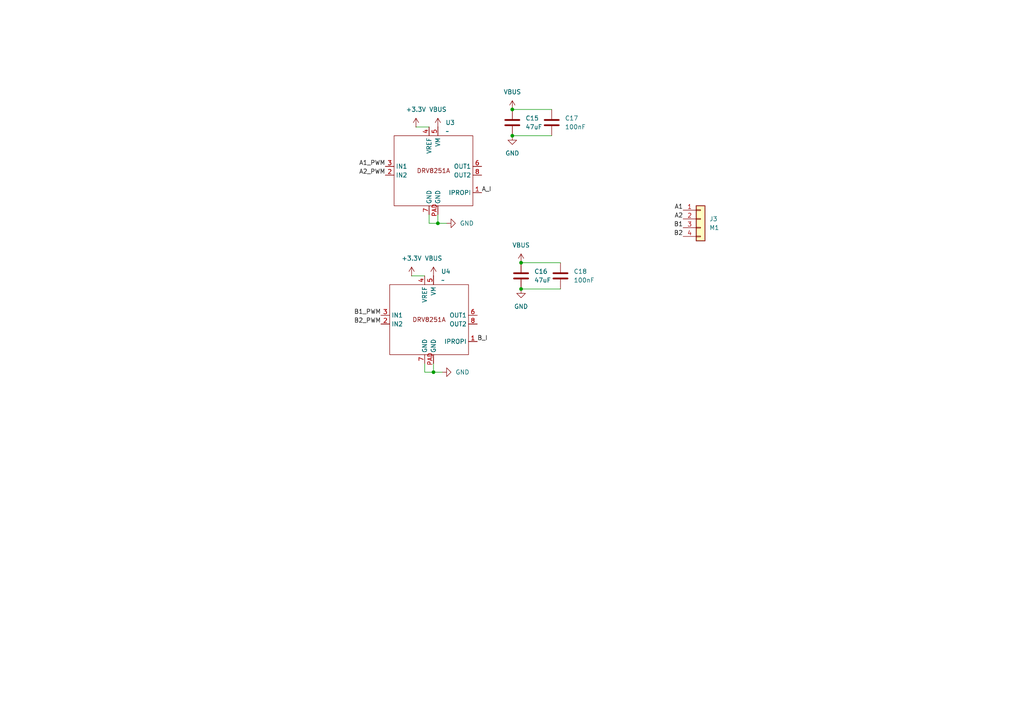
<source format=kicad_sch>
(kicad_sch (version 20231120) (generator "eeschema") (generator_version "8.0")
  (paper "A4")
  (lib_symbols
    (symbol "Connector_Generic:Conn_01x04" (pin_names (offset 1.016) hide)
      (property "Reference" "J" (at 0 5.08 0))
      (property "Value" "Conn_01x04" (at 0 -7.62 0))
      (symbol "Conn_01x04_1_1"
        (rectangle (start -1.27 -4.953) (end 0 -5.207) (stroke (width 0.1524)))
        (rectangle (start -1.27 -2.413) (end 0 -2.667) (stroke (width 0.1524)))
        (rectangle (start -1.27 0.127) (end 0 -0.127) (stroke (width 0.1524)))
        (rectangle (start -1.27 2.667) (end 0 2.413) (stroke (width 0.1524)))
        (rectangle (start -1.27 3.81) (end 1.27 -6.35) (stroke (width 0.254)) (fill (type background)))
        (pin passive line (at -5.08 2.54 0) (length 3.81) (name "Pin_1") (number "1"))
        (pin passive line (at -5.08 0 0) (length 3.81) (name "Pin_2") (number "2"))
        (pin passive line (at -5.08 -2.54 0) (length 3.81) (name "Pin_3") (number "3"))
        (pin passive line (at -5.08 -5.08 0) (length 3.81) (name "Pin_4") (number "4"))
      )
    )
    (symbol "Device:C" (pin_numbers hide) (pin_names (offset 0.254))
      (property "Reference" "C" (at 0.635 2.54 0))
      (property "Value" "C" (at 0.635 -2.54 0))
      (symbol "C_0_1"
        (polyline (pts (xy -2.032 -0.762) (xy 2.032 -0.762)) (stroke (width 0.508)))
        (polyline (pts (xy -2.032 0.762) (xy 2.032 0.762)) (stroke (width 0.508)))
      )
      (symbol "C_1_1"
        (pin passive line (at 0 3.81 270) (length 2.794) (name "~") (number "1"))
        (pin passive line (at 0 -3.81 90) (length 2.794) (name "~") (number "2"))
      )
    )
    (symbol "EchoSymbols:DRV8251A"
      (property "Reference" "U" (at 0 2.286 0))
      (symbol "DRV8251A_0_0"
        (pin unspecified line (at 13.97 -6.35 180) (length 2.54) (name "IPROPI") (number "1"))
        (pin unspecified line (at -13.97 -1.27 0) (length 2.54) (name "IN2") (number "2"))
        (pin unspecified line (at -13.97 1.27 0) (length 2.54) (name "IN1") (number "3"))
        (pin unspecified line (at -1.27 12.7 270) (length 2.54) (name "VREF") (number "4"))
        (pin unspecified line (at 1.27 12.7 270) (length 2.54) (name "VM") (number "5"))
        (pin unspecified line (at 13.97 1.27 180) (length 2.54) (name "OUT1") (number "6"))
        (pin unspecified line (at -1.27 -12.7 90) (length 2.54) (name "GND") (number "7"))
        (pin unspecified line (at 13.97 -1.27 180) (length 2.54) (name "OUT2") (number "8"))
        (pin unspecified line (at 1.27 -12.7 90) (length 2.54) (name "GND") (number "PAD"))
      )
      (symbol "DRV8251A_1_1"
        (rectangle (start -11.43 10.16) (end 11.43 -10.16))
        (text "DRV8251A" (at 0 0 0) (effects (font (size 1.27 1.27))))
      )
    )
    (symbol "power:+3.3V" (power) (pin_numbers hide) (pin_names (offset 0) hide)
      (property "Value" "+3.3V" (at 0 3.556 0))
      (symbol "+3.3V_0_1"
        (polyline (pts (xy -0.762 1.27) (xy 0 2.54)))
        (polyline (pts (xy 0 0) (xy 0 2.54)))
        (polyline (pts (xy 0 2.54) (xy 0.762 1.27)))
      )
      (symbol "+3.3V_1_1"
        (pin power_in line (at 0 0 90) (length 0) (name "~") (number "1"))
      )
    )
    (symbol "power:GND" (power) (pin_numbers hide) (pin_names (offset 0) hide)
      (property "Value" "GND" (at 0 -3.81 0))
      (symbol "GND_0_1"
        (polyline (pts (xy 0 0) (xy 0 -1.27) (xy 1.27 -1.27) (xy 0 -2.54) (xy -1.27 -1.27) (xy 0 -1.27)))
      )
      (symbol "GND_1_1"
        (pin power_in line (at 0 0 270) (length 0) (name "~") (number "1"))
      )
    )
    (symbol "power:VBUS" (power) (pin_numbers hide) (pin_names (offset 0) hide)
      (property "Value" "VBUS" (at 0 3.556 0))
      (symbol "VBUS_0_1"
        (polyline (pts (xy -0.762 1.27) (xy 0 2.54)))
        (polyline (pts (xy 0 0) (xy 0 2.54)))
        (polyline (pts (xy 0 2.54) (xy 0.762 1.27)))
      )
      (symbol "VBUS_1_1"
        (pin power_in line (at 0 0 90) (length 0) (name "~") (number "1"))
      )
    )
  )
  (junction (at 148.59 31.75))
  (junction (at 151.13 83.82))
  (junction (at 127 64.77))
  (junction (at 148.59 39.37))
  (junction (at 151.13 76.2))
  (junction (at 125.73 107.95))
  (wire (pts (xy 127 64.77) (xy 129.54 64.77)))
  (wire (pts (xy 151.13 83.82) (xy 162.56 83.82)))
  (wire (pts (xy 120.65 36.83) (xy 124.46 36.83)))
  (wire (pts (xy 119.38 80.01) (xy 123.19 80.01)))
  (wire (pts (xy 123.19 107.95) (xy 125.73 107.95)))
  (wire (pts (xy 148.59 31.75) (xy 160.02 31.75)))
  (wire (pts (xy 123.19 105.41) (xy 123.19 107.95)))
  (wire (pts (xy 124.46 64.77) (xy 127 64.77)))
  (wire (pts (xy 148.59 39.37) (xy 160.02 39.37)))
  (wire (pts (xy 125.73 105.41) (xy 125.73 107.95)))
  (wire (pts (xy 125.73 107.95) (xy 128.27 107.95)))
  (wire (pts (xy 124.46 62.23) (xy 124.46 64.77)))
  (wire (pts (xy 151.13 76.2) (xy 162.56 76.2)))
  (wire (pts (xy 127 62.23) (xy 127 64.77)))
  (label "B1_PWM" (at 110.49 91.44 180))
  (label "B2" (at 198.12 68.58 180))
  (label "A1_PWM" (at 111.76 48.26 180))
  (label "A_I" (at 139.7 55.88 0))
  (label "A1" (at 198.12 60.96 180))
  (label "A2_PWM" (at 111.76 50.8 180))
  (label "B2_PWM" (at 110.49 93.98 180))
  (label "B_I" (at 138.43 99.06 0))
  (label "B1" (at 198.12 66.04 180))
  (label "A2" (at 198.12 63.5 180))
  (symbol (lib_id "power:GND") (at 148.59 39.37 0) (unit 1)
    (property "Reference" "#PWR024" (effects (hide yes)))
    (property "Value" "GND" (at 148.59 44.45 0))
    (property "Description" "Power symbol creates a global label with name \"GND\" , ground" (effects (hide yes)))
  )
  (symbol (lib_id "power:VBUS") (at 125.73 80.01 0) (unit 1)
    (property "Reference" "#PWR033" (effects (hide yes)))
    (property "Value" "VBUS" (at 125.73 74.93 0))
    (property "Description" "Power symbol creates a global label with name \"VBUS\"" (effects (hide yes)))
  )
  (symbol (lib_id "power:VBUS") (at 127 36.83 0) (unit 1)
    (property "Reference" "#PWR032" (effects (hide yes)))
    (property "Value" "VBUS" (at 127 31.75 0))
    (property "Description" "Power symbol creates a global label with name \"VBUS\"" (effects (hide yes)))
  )
  (symbol (lib_id "power:VBUS") (at 148.59 31.75 0) (unit 1)
    (property "Reference" "#PWR023" (effects (hide yes)))
    (property "Value" "VBUS" (at 148.59 26.67 0))
    (property "Description" "Power symbol creates a global label with name \"VBUS\"" (effects (hide yes)))
  )
  (symbol (lib_id "Device:C") (at 148.59 35.56 0) (unit 1)
    (property "Reference" "C15" (at 152.4 34.2899 0) (effects (justify left)))
    (property "Value" "47uF" (at 152.4 36.8299 0) (effects (justify left)))
    (property "Description" "Unpolarized capacitor" (effects (hide yes)))
  )
  (symbol (lib_id "power:+3.3V") (at 120.65 36.83 0) (unit 1)
    (property "Reference" "#PWR030" (effects (hide yes)))
    (property "Value" "+3.3V" (at 120.65 31.75 0))
    (property "Description" "Power symbol creates a global label with name \"+3.3V\"" (effects (hide yes)))
  )
  (symbol (lib_id "power:GND") (at 129.54 64.77 90) (unit 1)
    (property "Reference" "#PWR034" (effects (hide yes)))
    (property "Value" "GND" (at 133.35 64.7699 90) (effects (justify right)))
    (property "Description" "Power symbol creates a global label with name \"GND\" , ground" (effects (hide yes)))
  )
  (symbol (lib_id "EchoSymbols:DRV8251A") (at 124.46 92.71 0) (unit 1)
    (property "Reference" "U4" (at 127.9241 78.74 0) (effects (justify left)))
    (property "Value" "~" (at 127.9241 81.28 0) (effects (justify left)))
    (property "Footprint" "Package_SO:Texas_HSOP-8-1EP_3.9x4.9mm_P1.27mm_ThermalVias" (effects (hide yes)))
  )
  (symbol (lib_id "power:GND") (at 128.27 107.95 90) (unit 1)
    (property "Reference" "#PWR035" (effects (hide yes)))
    (property "Value" "GND" (at 132.08 107.9499 90) (effects (justify right)))
    (property "Description" "Power symbol creates a global label with name \"GND\" , ground" (effects (hide yes)))
  )
  (symbol (lib_id "Device:C") (at 160.02 35.56 0) (unit 1)
    (property "Reference" "C17" (at 163.83 34.2899 0) (effects (justify left)))
    (property "Value" "100nF" (at 163.83 36.8299 0) (effects (justify left)))
    (property "Description" "Unpolarized capacitor" (effects (hide yes)))
  )
  (symbol (lib_id "Device:C") (at 151.13 80.01 0) (unit 1)
    (property "Reference" "C16" (at 154.94 78.7399 0) (effects (justify left)))
    (property "Value" "47uF" (at 154.94 81.2799 0) (effects (justify left)))
    (property "Description" "Unpolarized capacitor" (effects (hide yes)))
  )
  (symbol (lib_id "Connector_Generic:Conn_01x04") (at 203.2 63.5 0) (unit 1)
    (property "Reference" "J3" (at 205.74 63.4999 0) (effects (justify left)))
    (property "Value" "M1" (at 205.74 66.0399 0) (effects (justify left)))
    (property "Footprint" "Connector_JST:JST_XH_S4B-XH-SM4-TB_1x04-1MP_P2.50mm_Horizontal" (effects (hide yes)))
    (property "Description" "Generic connector, single row, 01x04, script generated (kicad-library-utils/schlib/autogen/connector/)" (effects (hide yes)))
  )
  (symbol (lib_id "EchoSymbols:DRV8251A") (at 125.73 49.53 0) (unit 1)
    (property "Reference" "U3" (at 129.1941 35.56 0) (effects (justify left)))
    (property "Value" "~" (at 129.1941 38.1 0) (effects (justify left)))
    (property "Footprint" "Package_SO:Texas_HSOP-8-1EP_3.9x4.9mm_P1.27mm_ThermalVias" (effects (hide yes)))
  )
  (symbol (lib_id "power:VBUS") (at 151.13 76.2 0) (unit 1)
    (property "Reference" "#PWR027" (effects (hide yes)))
    (property "Value" "VBUS" (at 151.13 71.12 0))
    (property "Description" "Power symbol creates a global label with name \"VBUS\"" (effects (hide yes)))
  )
  (symbol (lib_id "Device:C") (at 162.56 80.01 0) (unit 1)
    (property "Reference" "C18" (at 166.37 78.7399 0) (effects (justify left)))
    (property "Value" "100nF" (at 166.37 81.2799 0) (effects (justify left)))
    (property "Description" "Unpolarized capacitor" (effects (hide yes)))
  )
  (symbol (lib_id "power:GND") (at 151.13 83.82 0) (unit 1)
    (property "Reference" "#PWR028" (effects (hide yes)))
    (property "Value" "GND" (at 151.13 88.9 0))
    (property "Description" "Power symbol creates a global label with name \"GND\" , ground" (effects (hide yes)))
  )
  (symbol (lib_id "power:+3.3V") (at 119.38 80.01 0) (unit 1)
    (property "Reference" "#PWR031" (effects (hide yes)))
    (property "Value" "+3.3V" (at 119.38 74.93 0))
    (property "Description" "Power symbol creates a global label with name \"+3.3V\"" (effects (hide yes)))
  )
)
</source>
